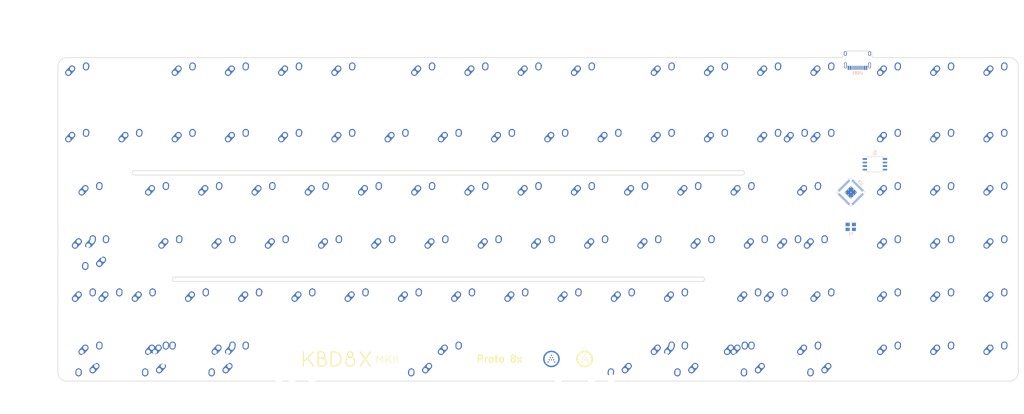
<source format=kicad_pcb>
(kicad_pcb (version 20211014) (generator pcbnew)
  (title_block (date "2022-04-24") (rev "2"))
  (layers (0 "F.Cu" signal) (31 "B.Cu" signal) (34 "B.Paste" user) (35 "F.Paste" user) (36 "B.SilkS" user "B.Silkscreen") (37 "F.SilkS" user "F.Silkscreen") (38 "B.Mask" user) (39 "F.Mask" user) (44 "Edge.Cuts" user))
  (net 0 "")
  (net 1 "GND")
  (net 2 "+3V3")
  (net 3 "+1V1")
  (net 4 "CS")
  (net 5 "SD1")
  (net 6 "SD2")
  (net 7 "SD0")
  (net 8 "QSPI_CLCK")
  (net 9 "SD3")
  (net 10 "D+")
  (net 11 "D-")
  (footprint "locallib:kbd8x-logo" (layer "F.Cu") (at 144.653 139.7)
    (fp_text reference "G***" hide)
    (fp_text value "LOGO" hide)
  )
  (footprint "MX_Alps:MX-1U-NoLED" (layer "F.Cu") (at 242.8875 120.65)
    (fp_text reference "MX_.1")
    (fp_text value "MX-1U")
  )
  (footprint "MX_Alps:MX-1U-NoLED" (layer "F.Cu") (at 223.8375 120.65)
    (fp_text reference "MX_,1")
    (fp_text value "MX-1U")
  )
  (footprint "MX_Alps:MX-1U-NoLED" (layer "F.Cu") (at 66.675 63.5)
    (fp_text reference "MX_#1")
    (fp_text value "MX-1U")
  )
  (footprint "MX_Alps:MX-1U-NoLED" (layer "F.Cu") (at 85.725 63.5)
    (fp_text reference "MX_#2")
    (fp_text value "MX-1U")
  )
  (footprint "MX_Alps:MX-1U-NoLED" (layer "F.Cu") (at 104.775 63.5)
    (fp_text reference "MX_#3")
    (fp_text value "MX-1U")
  )
  (footprint "MX_Alps:MX-1U-NoLED" (layer "F.Cu") (at 123.825 63.5)
    (fp_text reference "MX_#4")
    (fp_text value "MX-1U")
  )
  (footprint "MX_Alps:MX-1U-NoLED" (layer "F.Cu") (at 142.875 63.5)
    (fp_text reference "MX_#5")
    (fp_text value "MX-1U")
  )
  (footprint "MX_Alps:MX-1U-NoLED" (layer "F.Cu") (at 161.925 63.5)
    (fp_text reference "MX_#6")
    (fp_text value "MX-1U")
  )
  (footprint "MX_Alps:MX-1U-NoLED" (layer "F.Cu") (at 180.975 63.5)
    (fp_text reference "MX_#7")
    (fp_text value "MX-1U")
  )
  (footprint "MX_Alps:MX-1U-NoLED" (layer "F.Cu") (at 219.075 63.5)
    (fp_text reference "MX_#9")
    (fp_text value "MX-1U")
  )
  (footprint "MX_Alps:MX-1U-NoLED" (layer "F.Cu") (at 238.125 63.5)
    (fp_text reference "MX_#0_1")
    (fp_text value "MX-1U")
  )
  (footprint "MX_Alps:MX-1U-NoLED" (layer "F.Cu") (at 271.4625 101.6)
    (fp_text reference "MX_'1")
    (fp_text value "MX-1U")
  )
  (footprint "MX_Alps:MX-1U-NoLED" (layer "F.Cu") (at 257.175 63.5)
    (fp_text reference "MX_-1")
    (fp_text value "MX-1U")
  )
  (footprint "MX_Alps:MX-1U-NoLED" (layer "F.Cu") (at 261.9375 120.65)
    (fp_text reference "MX_/1")
    (fp_text value "MX-1U")
  )
  (footprint "MX_Alps:MX-1U-NoLED" (layer "F.Cu") (at 252.4125 101.6)
    (fp_text reference "MX_;1")
    (fp_text value "MX-1U")
  )
  (footprint "MX_Alps:MX-1U-NoLED" (layer "F.Cu") (at 276.225 63.5)
    (fp_text reference "MX_=1")
    (fp_text value "MX-1U")
  )
  (footprint "MX_Alps:MX-1U-NoLED" (layer "F.Cu") (at 266.7 82.55)
    (fp_text reference "MX_[1")
    (fp_text value "MX-1U")
  )
  (footprint "MX_Alps:MX-1.5U-NoLED" (layer "F.Cu") (at 309.5625 82.55)
    (fp_text reference "MX_\\1")
    (fp_text value "MX-1.5U")
  )
  (footprint "MX_Alps:MX-1U-NoLED" (layer "F.Cu") (at 290.5125 101.6)
    (fp_text reference "MX_\\2")
    (fp_text value "MX-1U")
  )
  (footprint "MX_Alps:MX-1U-NoLED" (layer "F.Cu") (at 285.75 82.55)
    (fp_text reference "MX_]1")
    (fp_text value "MX-1U")
  )
  (footprint "MX_Alps:MX-1U-NoLED" (layer "F.Cu") (at 47.625 63.5)
    (fp_text reference "MX_`1")
    (fp_text value "MX-1U")
  )
  (footprint "MX_Alps:MX-1U-NoLED" (layer "F.Cu") (at 80.9625 101.6)
    (fp_text reference "MX_A1")
    (fp_text value "MX-1U")
  )
  (footprint "MX_Alps:MX-1U-NoLED" (layer "F.Cu") (at 166.6875 120.65)
    (fp_text reference "MX_B1")
    (fp_text value "MX-1U")
  )
  (footprint "MX_Alps:MX-2U-ReversedStabilizers-NoLED" (layer "F.Cu") (at 304.8 63.5)
    (fp_text reference "MX_BACK1")
    (fp_text value "MX-2U")
  )
  (footprint "MX_Alps:MX-1U-NoLED" (layer "F.Cu") (at 295.275 63.5)
    (fp_text reference "MX_BACK2")
    (fp_text value "MX-1U")
  )
  (footprint "MX_Alps:MX-1U-NoLED" (layer "F.Cu") (at 314.325 63.5)
    (fp_text reference "MX_BACK3")
    (fp_text value "MX-1U")
  )
  (footprint "MX_Alps:MX-1U-NoLED" (layer "F.Cu") (at 128.5875 120.65)
    (fp_text reference "MX_C1")
    (fp_text value "MX-1U")
  )
  (footprint "MX_Alps:MX-1.75U-NoLED" (layer "F.Cu") (at 54.76875 101.6)
    (fp_text reference "MX_CLOCK1")
    (fp_text value "MX-1.75U")
  )
  (footprint "MX_Alps:MX-1.25U-NoLED" (layer "F.Cu") (at 50.00625 101.6)
    (fp_text reference "MX_CLOCK2")
    (fp_text value "MX-1.25U")
  )
  (footprint "MX_Alps:MX-1U-NoLED" (layer "F.Cu") (at 119.0625 101.6)
    (fp_text reference "MX_D1")
    (fp_text value "MX-1U")
  )
  (footprint "MX_Alps:MX-1U-NoLED" (layer "F.Cu") (at 338.1375 82.55)
    (fp_text reference "MX_DEL1_NP7")
    (fp_text value "MX-1U")
  )
  (footprint "MX_Alps:MX-1U-NoLED" (layer "F.Cu") (at 357.1875 139.7)
    (fp_text reference "MX_DN1_NP0")
    (fp_text value "MX-1U")
  )
  (footprint "MX_Alps:MX-1U-NoLED" (layer "F.Cu") (at 114.3 82.55)
    (fp_text reference "MX_E1")
    (fp_text value "MX-1U")
  )
  (footprint "MX_Alps:MX-1U-NoLED" (layer "F.Cu") (at 357.1875 82.55)
    (fp_text reference "MX_END1_NP8")
    (fp_text value "MX-1U")
  )
  (footprint "MX_Alps:MX-1U-NoLED" (layer "F.Cu") (at 47.625 39.6875)
    (fp_text reference "MX_ESC1")
    (fp_text value "MX-1U")
  )
  (footprint "MX_Alps:MX-1U-NoLED" (layer "F.Cu") (at 138.1125 101.6)
    (fp_text reference "MX_F1")
    (fp_text value "MX-1U")
  )
  (footprint "MX_Alps:MX-1U-NoLED" (layer "F.Cu") (at 85.725 39.6875)
    (fp_text reference "MX_FN1")
    (fp_text value "MX-1U")
  )
  (footprint "MX_Alps:MX-1U-NoLED" (layer "F.Cu") (at 104.775 39.6875)
    (fp_text reference "MX_FN2")
    (fp_text value "MX-1U")
  )
  (footprint "MX_Alps:MX-1U-NoLED" (layer "F.Cu") (at 123.825 39.6875)
    (fp_text reference "MX_FN3")
    (fp_text value "MX-1U")
  )
  (footprint "MX_Alps:MX-1U-NoLED" (layer "F.Cu") (at 142.875 39.6875)
    (fp_text reference "MX_FN4")
    (fp_text value "MX-1U")
  )
  (footprint "MX_Alps:MX-1U-NoLED" (layer "F.Cu") (at 171.45 39.6875)
    (fp_text reference "MX_FN5")
    (fp_text value "MX-1U")
  )
  (footprint "MX_Alps:MX-1U-NoLED" (layer "F.Cu") (at 190.5 39.6875)
    (fp_text reference "MX_FN6")
    (fp_text value "MX-1U")
  )
  (footprint "MX_Alps:MX-1U-NoLED" (layer "F.Cu") (at 209.55 39.6875)
    (fp_text reference "MX_FN7")
    (fp_text value "MX-1U")
  )
  (footprint "MX_Alps:MX-1U-NoLED" (layer "F.Cu") (at 228.6 39.6875)
    (fp_text reference "MX_FN8")
    (fp_text value "MX-1U")
  )
  (footprint "MX_Alps:MX-1U-NoLED" (layer "F.Cu") (at 257.175 39.6875)
    (fp_text reference "MX_FN9")
    (fp_text value "MX-1U")
  )
  (footprint "MX_Alps:MX-1U-NoLED" (layer "F.Cu") (at 276.225 39.6875)
    (fp_text reference "MX_FN10")
    (fp_text value "MX-1U")
  )
  (footprint "MX_Alps:MX-1U-NoLED" (layer "F.Cu") (at 295.275 39.6875)
    (fp_text reference "MX_FN11")
    (fp_text value "MX-1U")
  )
  (footprint "MX_Alps:MX-1U-NoLED" (layer "F.Cu") (at 314.325 39.6875)
    (fp_text reference "MX_FN12")
    (fp_text value "MX-1U")
  )
  (footprint "MX_Alps:MX-1U-NoLED" (layer "F.Cu") (at 157.1625 101.6)
    (fp_text reference "MX_G1")
    (fp_text value "MX-1U")
  )
  (footprint "MX_Alps:MX-1U-NoLED" (layer "F.Cu") (at 176.2125 101.6)
    (fp_text reference "MX_H1")
    (fp_text value "MX-1U")
  )
  (footprint "MX_Alps:MX-1U-NoLED" (layer "F.Cu") (at 357.1875 63.5)
    (fp_text reference "MX_HOME1")
    (fp_text value "MX-1U")
  )
  (footprint "MX_Alps:MX-1U-NoLED" (layer "F.Cu") (at 209.55 82.55)
    (fp_text reference "MX_I1")
    (fp_text value "MX-1U")
  )
  (footprint "MX_Alps:MX-1U-NoLED" (layer "F.Cu") (at 338.1375 63.5)
    (fp_text reference "MX_INS1")
    (fp_text value "MX-1U")
  )
  (footprint "MX_Alps:MX-1U-NoLED" (layer "F.Cu") (at 195.2625 101.6)
    (fp_text reference "MX_J1")
    (fp_text value "MX-1U")
  )
  (footprint "MX_Alps:MX-1U-NoLED" (layer "F.Cu") (at 214.3125 101.6)
    (fp_text reference "MX_K1")
    (fp_text value "MX-1U")
  )
  (footprint "MX_Alps:MX-1U-NoLED" (layer "F.Cu") (at 233.3625 101.6)
    (fp_text reference "MX_L1")
    (fp_text value "MX-1U")
  )
  (footprint "MX_Alps:MX-1.25U-NoLED" (layer "F.Cu") (at 97.63125 139.7 180)
    (fp_text reference "MX_LALT1")
    (fp_text value "MX-1.25U")
  )
  (footprint "MX_Alps:MX-1.5U-NoLED" (layer "F.Cu") (at 100.0125 139.7)
    (fp_text reference "MX_LALT2")
    (fp_text value "MX-1.5U")
  )
  (footprint "MX_Alps:MX-1.25U-NoLED" (layer "F.Cu") (at 50.00625 139.7 180)
    (fp_text reference "MX_LCTRL1")
    (fp_text value "MX-1.25U")
  )
  (footprint "MX_Alps:MX-1.5U-NoLED" (layer "F.Cu") (at 52.3875 139.7)
    (fp_text reference "MX_LCTRL2")
    (fp_text value "MX-1.5U")
  )
  (footprint "MX_Alps:MX-1U-NoLED" (layer "F.Cu") (at 338.1375 139.7)
    (fp_text reference "MX_LFT1_NP00")
    (fp_text value "MX-1U")
  )
  (footprint "MX_Alps:MX-1.25U-NoLED" (layer "F.Cu") (at 73.81875 139.7 180)
    (fp_text reference "MX_LGUI1")
    (fp_text value "MX-1.25U")
  )
  (footprint "MX_Alps:MX-1U-NoLED" (layer "F.Cu") (at 76.2 139.7)
    (fp_text reference "MX_LGUI2")
    (fp_text value "MX-1U")
  )
  (footprint "MX_Alps:MX-2.25U-ReversedStabilizers-NoLED" (layer "F.Cu") (at 59.53125 120.65)
    (fp_text reference "MX_LSHIFT1")
    (fp_text value "MX-2.25U")
  )
  (footprint "MX_Alps:MX-1.25U-NoLED" (layer "F.Cu") (at 50.00625 120.65)
    (fp_text reference "MX_LSHIFT2")
    (fp_text value "MX-1.25U")
  )
  (footprint "MX_Alps:MX-1U-NoLED" (layer "F.Cu") (at 71.4375 120.65)
    (fp_text reference "MX_LSHIFT3")
    (fp_text value "MX-1U")
  )
  (footprint "MX_Alps:MX-1U-NoLED" (layer "F.Cu") (at 204.7875 120.65)
    (fp_text reference "MX_M1")
    (fp_text value "MX-1U")
  )
  (footprint "MX_Alps:MX-1U-NoLED" (layer "F.Cu") (at 185.7375 120.65)
    (fp_text reference "MX_N1")
    (fp_text value "MX-1U")
  )
  (footprint "MX_Alps:MX-1U-NoLED" (layer "F.Cu") (at 228.6 82.55)
    (fp_text reference "MX_O1")
    (fp_text value "MX-1U")
  )
  (footprint "MX_Alps:MX-1U-NoLED" (layer "F.Cu") (at 247.65 82.55)
    (fp_text reference "MX_P1")
    (fp_text value "MX-1U")
  )
  (footprint "MX_Alps:MX-1U-NoLED" (layer "F.Cu") (at 376.2375 39.6875)
    (fp_text reference "MX_PAUSE1")
    (fp_text value "MX-1U")
  )
  (footprint "MX_Alps:MX-1U-NoLED" (layer "F.Cu") (at 376.2375 82.55)
    (fp_text reference "MX_PGDN1_NP9")
    (fp_text value "MX-1U")
  )
  (footprint "MX_Alps:MX-1U-NoLED" (layer "F.Cu") (at 376.2375 63.5)
    (fp_text reference "MX_PGUP1")
    (fp_text value "MX-1U")
  )
  (footprint "MX_Alps:MX-1U-NoLED" (layer "F.Cu") (at 338.1375 39.6875)
    (fp_text reference "MX_PRINT1")
    (fp_text value "MX-1U")
  )
  (footprint "MX_Alps:MX-1U-NoLED" (layer "F.Cu") (at 76.2 82.55)
    (fp_text reference "MX_Q1")
    (fp_text value "MX-1U")
  )
  (footprint "MX_Alps:MX-1U-NoLED" (layer "F.Cu") (at 133.35 82.55)
    (fp_text reference "MX_R1")
    (fp_text value "MX-1U")
  )
  (footprint "MX_Alps:MX-1.25U-NoLED" (layer "F.Cu") (at 240.50625 139.7 180)
    (fp_text reference "MX_RALT1")
    (fp_text value "MX-1.25U")
  )
  (footprint "MX_Alps:MX-1.5U-NoLED" (layer "F.Cu") (at 261.9375 139.7)
    (fp_text reference "MX_RALT2")
    (fp_text value "MX-1.5U")
  )
  (footprint "MX_Alps:MX-1.25U-NoLED" (layer "F.Cu") (at 311.94375 139.7 180)
    (fp_text reference "MX_RCTRL1")
    (fp_text value "MX-1.25U")
  )
  (footprint "MX_Alps:MX-1.5U-NoLED" (layer "F.Cu") (at 309.5625 139.7)
    (fp_text reference "MX_RCTRL2")
    (fp_text value "MX-1.5U")
  )
  (footprint "MX_Alps:MX-2.25U-ReversedStabilizers-NoLED" (layer "F.Cu") (at 302.41875 101.6)
    (fp_text reference "MX_RETURN1")
    (fp_text value "MX-2.25U")
  )
  (footprint "MX_Alps:MX-1.25U-NoLED" (layer "F.Cu") (at 264.31875 139.7 180)
    (fp_text reference "MX_RGUI1")
    (fp_text value "MX-1.25U")
  )
  (footprint "MX_Alps:MX-1U-NoLED" (layer "F.Cu") (at 285.75 139.7)
    (fp_text reference "MX_RGUI2")
    (fp_text value "MX-1U")
  )
  (footprint "MX_Alps:MX-1.25U-NoLED" (layer "F.Cu") (at 288.13125 139.7 180)
    (fp_text reference "MX_RMENU1")
    (fp_text value "MX-1.25U")
  )
  (footprint "MX_Alps:MX-2.75U-ReversedStabilizers-NoLED" (layer "F.Cu") (at 297.65625 120.65)
    (fp_text reference "MX_RSHIFT1")
    (fp_text value "MX-2.75U")
  )
  (footprint "MX_Alps:MX-1.75U-NoLED" (layer "F.Cu") (at 288.13125 120.65)
    (fp_text reference "MX_RSHIFT2")
    (fp_text value "MX-1.75U")
  )
  (footprint "MX_Alps:MX-1U-NoLED" (layer "F.Cu") (at 314.325 120.65)
    (fp_text reference "MX_RSHIFT3")
    (fp_text value "MX-1U")
  )
  (footprint "MX_Alps:MX-1U-NoLED" (layer "F.Cu") (at 376.2375 139.7)
    (fp_text reference "MX_RT1_NP_DOT")
    (fp_text value "MX-1U")
  )
  (footprint "MX_Alps:MX-1U-NoLED" (layer "F.Cu") (at 100.0125 101.6)
    (fp_text reference "MX_S1")
    (fp_text value "MX-1U")
  )
  (footprint "MX_Alps:MX-6.25U-NoLED" (layer "F.Cu") (at 169.06875 139.7 180)
    (fp_text reference "MX_SP1")
    (fp_text value "MX-6.25U")
  )
  (footprint "MX_Alps:MX-6.5U-ReversedStabilizers-NoLED" (layer "F.Cu") (at 180.975 139.7)
    (fp_text reference "MX_SP3")
    (fp_text value "MX-7U")
  )
  (footprint "MX_Alps:MX-1U-NoLED" (layer "F.Cu") (at 152.4 82.55)
    (fp_text reference "MX_T1")
    (fp_text value "MX-1U")
  )
  (footprint "MX_Alps:MX-1U-NoLED" (layer "F.Cu") (at 190.5 82.55)
    (fp_text reference "MX_U1")
    (fp_text value "MX-1U")
  )
  (footprint "MX_Alps:MX-1U-NoLED" (layer "F.Cu") (at 357.1875 120.65)
    (fp_text reference "MX_UP1_NP2")
    (fp_text value "MX-1U")
  )
  (footprint "MX_Alps:MX-1U-NoLED" (layer "F.Cu") (at 147.6375 120.65)
    (fp_text reference "MX_V1")
    (fp_text value "MX-1U")
  )
  (footprint "MX_Alps:MX-1U-NoLED" (layer "F.Cu") (at 95.25 82.55)
    (fp_text reference "MX_W1")
    (fp_text value "MX-1U")
  )
  (footprint "MX_Alps:MX-1U-NoLED" (layer "F.Cu") (at 109.5375 120.65)
    (fp_text reference "MX_X1")
    (fp_text value "MX-1U")
  )
  (footprint "MX_Alps:MX-1U-NoLED" (layer "F.Cu") (at 171.45 82.55)
    (fp_text reference "MX_Y1")
    (fp_text value "MX-1U")
  )
  (footprint "MX_Alps:MX-1U-NoLED" (layer "F.Cu") (at 90.4875 120.65)
    (fp_text reference "MX_Z1")
    (fp_text value "MX-1U")
  )
  (footprint "locallib:ai-ring-6mm" (layer "F.Cu") (at 228.6 139.7)
    (fp_text reference "G***" hide)
    (fp_text value "LOGO" hide)
  )
  (footprint "MX_Alps:MX-1U-NoLED" (layer "F.Cu") (at 200.025 63.5)
    (fp_text reference "MX_#8")
    (fp_text value "MX-1U")
  )
  (footprint "MX_Alps:MX-1.5U-NoLED" (layer "F.Cu") (at 52.3875 82.55)
    (fp_text reference "MX_TAB1")
    (fp_text value "MX-1.5U")
  )
  (footprint "MX_Alps:MX-1U-NoLED" (layer "F.Cu") (at 357.1875 39.6875)
    (fp_text reference "MX_SLOCK1")
    (fp_text value "MX-1U")
  )
  (footprint "MX_Alps:MX-1U-NoLED" (layer "F.Cu") (at 78.58125 139.7)
    (fp_text reference "MX_LGUI3")
    (fp_text value "MX-1U")
  )
  (footprint "MX_Alps:MX-1U-NoLED" (layer "F.Cu") (at 338.1375 120.65)
    (fp_text reference "MX_NP1")
    (fp_text value "MX-1U")
  )
  (footprint "MX_Alps:MX-1U-NoLED" (layer "F.Cu") (at 376.2375 101.6)
    (fp_text reference "MX_NP6")
    (fp_text value "MX-1U")
  )
  (footprint "MX_Alps:MX-1U-NoLED" (layer "F.Cu") (at 357.1875 101.6)
    (fp_text reference "MX_NP5")
    (fp_text value "MX-1U")
  )
  (footprint "MX_Alps:MX-7U-ReversedStabilizers-NoLED" (layer "F.Cu") (at 180.975 139.7)
    (fp_text reference "MX_SP2")
    (fp_text value "MX-7U")
  )
  (footprint "MX_Alps:MX-1U-NoLED" (layer "F.Cu") (at 376.2375 120.65)
    (fp_text reference "MX_NP3")
    (fp_text value "MX-1U")
  )
  (footprint "MX_Alps:MX-1.5U-NoLED" (layer "F.Cu") (at 257.175 139.7)
    (fp_text reference "MX_RALT3")
    (fp_text value "MX-1.5U")
  )
  (footprint "MX_Alps:MX-1.5U-NoLED" (layer "F.Cu") (at 104.775 139.7)
    (fp_text reference "MX_LALT3")
    (fp_text value "MX-1.5U")
  )
  (footprint "MX_Alps:MX-1U-NoLED" (layer "F.Cu") (at 283.36875 139.7)
    (fp_text reference "MX_RGUI3")
    (fp_text value "MX-1U")
  )
  (footprint "MX_Alps:MX-1.5U-NoLED" (layer "F.Cu") (at 52.3875 101.6 180)
    (fp_text reference "MX_CLOCK3")
    (fp_text value "MX-1.5U")
  )
  (footprint "MX_Alps:MX-1U-NoLED" (layer "F.Cu") (at 338.1375 101.6)
    (fp_text reference "MX_NP4")
    (fp_text value "MX-1U")
  )
  (footprint "MX_Alps:MX-1.25U-NoLED" (layer "F.Cu") (at 311.94375 101.6)
    (fp_text reference "MX_RCTRL3")
    (fp_text value "MX-1.25U")
  )
  (footprint "Type-C:HRO-TYPE-C-31-M-12-Assembly" (layer "B.Cu") (at 326.23125 27.687125)
    (fp_text reference "USB1")
    (fp_text value "HRO-TYPE-C-31-M-12")
  )
  (footprint "locallib:ai-ring-6mm-FancyAss-Mask" (layer "B.Cu") (at 216.69375 139.7 180)
    (fp_text reference "G***" hide)
    (fp_text value "LOGO" hide)
  )
  (footprint "locallib:ai-ring-6mm-FancyAss" (layer "B.Cu") (at 216.69375 139.7 180)
    (fp_text reference "G***" hide)
    (fp_text value "LOGO" hide)
  )
  (footprint "Crystal:Crystal_SMD_3225-4Pin_3.2x2.5mm" (layer "B.Cu") (at 323.85 92.403778)
    (fp_text reference "Y1")
    (fp_text value "12MHz")
  )
  (footprint "Sleep-Lib:RP2040-QFN-56" (layer "B.Cu") (at 323.85 80.01 135)
    (fp_text reference "U3")
    (fp_text value "RP2040")
  )
  (footprint "Package_SO:SOIC-8_5.23x5.23mm_P1.27mm" (layer "B.Cu") (at 332.465054 69.952793 180)
    (fp_text reference "U1")
    (fp_text value "W25Q128JVS")
  )
  (gr_arc (start 284.95625 72.23125) (mid 285.75 73.025) (end 284.95625 73.81875) (layer "Edge.Cuts") (width 0.2))
  (gr_arc (start 332.184375 31.75) (mid 331.623109 31.517516) (end 331.390625 30.95625) (layer "Edge.Cuts") (width 0.2))
  (gr_line (start 81.75625 111.91875) (end 270.66875 111.91875) (layer "Edge.Cuts") (width 0.2))
  (gr_line (start 321.071875 30.1625) (end 321.071875 30.95625) (layer "Edge.Cuts") (width 0.2))
  (gr_line (start 67.46875 73.81875) (end 284.95625 73.81875) (layer "Edge.Cuts") (width 0.2))
  (gr_line (start 284.95625 72.23125) (end 67.46875 72.23125) (layer "Edge.Cuts") (width 0.2))
  (gr_arc (start 81.75625 111.91875) (mid 80.9625 111.125) (end 81.75625 110.33125) (layer "Edge.Cuts") (width 0.2))
  (gr_line (start 383.778125 34.925) (end 383.778125 144.4625) (layer "Edge.Cuts") (width 0.2))
  (gr_line (start 332.184375 31.75) (end 380.603125 31.75) (layer "Edge.Cuts") (width 0.2))
  (gr_line (start 380.603125 147.6375) (end 43.259375 147.6375) (layer "Edge.Cuts") (width 0.2))
  (gr_line (start 40.084375 144.4625) (end 40.084375 34.925) (layer "Edge.Cuts") (width 0.2))
  (gr_arc (start 383.778125 144.4625) (mid 382.848189 146.707564) (end 380.603125 147.6375) (layer "Edge.Cuts") (width 0.2))
  (gr_arc (start 43.259375 147.6375) (mid 41.014311 146.707564) (end 40.084375 144.4625) (layer "Edge.Cuts") (width 0.2))
  (gr_line (start 331.390625 30.1625) (end 331.390625 30.95625) (layer "Edge.Cuts") (width 0.2))
  (gr_line (start 270.66875 110.33125) (end 81.75625 110.33125) (layer "Edge.Cuts") (width 0.2))
  (gr_line (start 43.259375 31.75) (end 320.278125 31.75) (layer "Edge.Cuts") (width 0.2))
  (gr_arc (start 67.46875 73.81875) (mid 66.675 73.025) (end 67.46875 72.23125) (layer "Edge.Cuts") (width 0.2))
  (gr_arc (start 321.071875 30.95625) (mid 320.839391 31.517516) (end 320.278125 31.75) (layer "Edge.Cuts") (width 0.2))
  (gr_arc (start 380.603125 31.75) (mid 382.848189 32.679936) (end 383.778125 34.925) (layer "Edge.Cuts") (width 0.2))
  (gr_arc (start 270.66875 110.33125) (mid 271.4625 111.125) (end 270.66875 111.91875) (layer "Edge.Cuts") (width 0.2))
  (gr_arc (start 321.071875 30.1625) (mid 321.304359 29.601234) (end 321.865625 29.36875) (layer "Edge.Cuts") (width 0.2))
  (gr_arc (start 40.084375 34.925) (mid 41.014311 32.679936) (end 43.259375 31.75) (layer "Edge.Cuts") (width 0.2))
  (gr_line (start 321.865625 29.36875) (end 330.596875 29.36875) (layer "Edge.Cuts") (width 0.2))
  (gr_arc (start 330.596875 29.36875) (mid 331.158141 29.601234) (end 331.390625 30.1625) (layer "Edge.Cuts") (width 0.2))
  (gr_text "Proto 8x" (at 198.12 139.7) (layer "F.SilkS") (effects (font (size 2.5 2.5) (thickness 0.4))))
)
</source>
